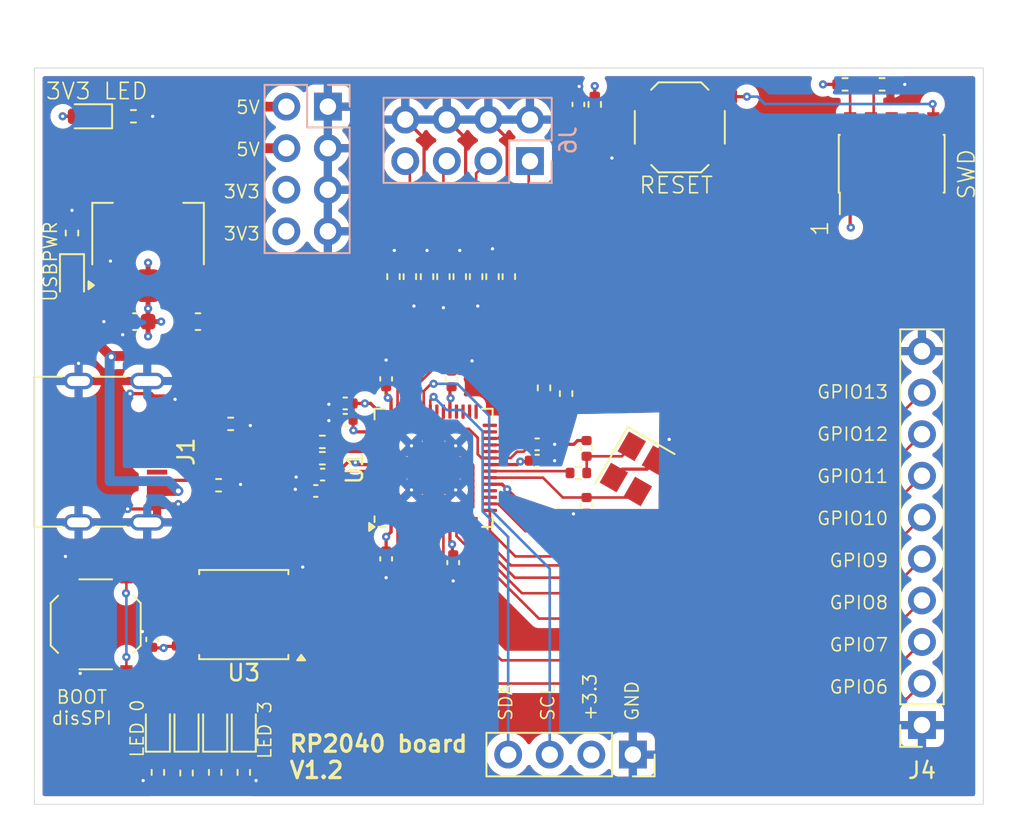
<source format=kicad_pcb>
(kicad_pcb (version 20240108) (generator "pcbnew") (generator_version "8.0")
  (layers (0 "F.Cu" signal) (1 "In1.Cu" signal) (2 "In2.Cu" signal) (31 "B.Cu" signal) (34 "B.Paste" user) (35 "F.Paste" user) (36 "B.SilkS" user "B.Silkscreen") (37 "F.SilkS" user "F.Silkscreen") (38 "B.Mask" user) (39 "F.Mask" user) (44 "Edge.Cuts" user))
  (net 0 "")
  (net 1 "GND")
  (net 2 "Net-(U1-VREG_VOUT)")
  (net 3 "+3.3V")
  (net 4 "+5V")
  (net 5 "/XIN")
  (net 6 "/nRESET")
  (net 7 "Net-(D1-K)")
  (net 8 "/GP0")
  (net 9 "Net-(D2-K)")
  (net 10 "/GP1")
  (net 11 "/GP2")
  (net 12 "Net-(D3-K)")
  (net 13 "Net-(D4-K)")
  (net 14 "/GP3")
  (net 15 "Net-(D5-K)")
  (net 16 "Net-(D6-K)")
  (net 17 "Net-(J1-CC2)")
  (net 19 "/USB_DP")
  (net 20 "Net-(J1-CC1)")
  (net 24 "/SWDIO")
  (net 25 "/SWCLK")
  (net 27 "/XOUT")
  (net 28 "/nBOOT")
  (net 31 "Net-(U1-QSPI_SD2)")
  (net 32 "Net-(U1-QSPI_SD3)")
  (net 35 "Net-(U1-QSPI_SCLK)")
  (net 36 "Net-(U1-QSPI_SD1)")
  (net 44 "Net-(U1-QSPI_SD0)")
  (net 46 "/XOUTr")
  (net 47 "/U_DP")
  (net 48 "/U_DN")
  (net 49 "/USB_DN")
  (net 50 "/I2C0_SDA")
  (net 51 "/I2C0_SCL")
  (net 52 "/GPIO8")
  (net 53 "/GPIO6")
  (net 54 "/GPIO7")
  (net 55 "/GPIO11")
  (net 56 "/GPIO12")
  (net 57 "/GPIO10")
  (net 58 "/GPIO9")
  (net 59 "/GPIO13")
  (net 60 "/ADC0")
  (net 61 "/ADC1")
  (net 62 "/ADC2")
  (net 63 "/ADC3")
  (net 64 "/inADC1")
  (net 65 "/inADC0")
  (net 66 "/inADC3")
  (net 67 "/inADC2")
  (net 68 "/SWDIOr")
  (net 69 "/SWCLKr")
  (footprint "Package_DFN_QFN:QFN-56-1EP_7x7mm_P0.4mm_EP3.2x3.2mm_ThermalVias" (layer "F.Cu") (at 101.4 77.1875 90)
    (property "Reference" "U1")
    (property "Value" "RP2040")
  )
  (footprint "Capacitor_SMD:C_0402_1005Metric" (layer "F.Cu") (at 110.75 76 90)
    (property "Reference" "C13" (hide yes))
    (property "Value" "15pF" (hide yes))
  )
  (footprint "Resistor_SMD:R_0402_1005Metric" (layer "F.Cu") (at 103 65.5 -90)
    (property "Reference" "R18" (hide yes))
    (property "Value" "1K" (hide yes))
  )
  (footprint "Resistor_SMD:R_0402_1005Metric" (layer "F.Cu") (at 88.26 78.25)
    (property "Reference" "R2" (hide yes))
    (property "Value" "5.1K" (hide yes))
  )
  (footprint "Resistor_SMD:R_0402_1005Metric" (layer "F.Cu") (at 88.05 95.8 -90)
    (property "Reference" "R5" (hide yes))
    (property "Value" "510R" (hide yes))
  )
  (footprint "Resistor_SMD:R_0402_1005Metric" (layer "F.Cu") (at 89.8 95.8 -90)
    (property "Reference" "R6" (hide yes))
    (property "Value" "510R" (hide yes))
  )
  (footprint "Capacitor_SMD:C_0402_1005Metric" (layer "F.Cu") (at 94.2 78.6 180)
    (property "Reference" "C1" (hide yes))
    (property "Value" "100nF" (hide yes))
  )
  (footprint "LED_SMD:LED_0603_1608Metric" (layer "F.Cu") (at 84.55 93.05 90)
    (property "Reference" "D1" (hide yes))
    (property "Value" "KT-0603W" (hide yes))
  )
  (footprint "LED_SMD:LED_0603_1608Metric" (layer "F.Cu") (at 86.3 93.05 90)
    (property "Reference" "D2" (hide yes))
    (property "Value" "KT-0603W" (hide yes))
  )
  (footprint "Connector_PinSocket_2.54mm:PinSocket_1x10_P2.54mm_Vertical" (layer "F.Cu") (at 131.25 92.91 180)
    (property "Reference" "J4")
    (property "Value" "Conn_01x10_Pin")
  )
  (footprint "Resistor_SMD:R_0402_1005Metric" (layer "F.Cu") (at 94.6 75.6)
    (property "Reference" "R8" (hide yes))
    (property "Value" "27R" (hide yes))
  )
  (footprint "Resistor_SMD:R_0402_1005Metric" (layer "F.Cu") (at 94.6 76.6)
    (property "Reference" "R7" (hide yes))
    (property "Value" "27R" (hide yes))
  )
  (footprint "Resistor_SMD:R_0402_1005Metric" (layer "F.Cu") (at 79.3 62.835 90)
    (property "Reference" "R10" (hide yes))
    (property "Value" "2K" (hide yes))
  )
  (footprint "LED_SMD:LED_0603_1608Metric" (layer "F.Cu") (at 79.3 65.6125 -90)
    (property "Reference" "D6" (hide yes))
    (property "Value" "KT-0603W" (hide yes))
  )
  (footprint "Capacitor_SMD:C_0402_1005Metric" (layer "F.Cu") (at 84.2 87.675 90)
    (property "Reference" "C6" (hide yes))
    (property "Value" "100nF" (hide yes))
  )
  (footprint "Resistor_SMD:R_0402_1005Metric" (layer "F.Cu") (at 111.25 54.975 90)
    (property "Reference" "R12" (hide yes))
    (property "Value" "10K" (hide yes))
  )
  (footprint "Resistor_SMD:R_0402_1005Metric" (layer "F.Cu") (at 110.25 77.5)
    (property "Reference" "R11" (hide yes))
    (property "Value" "1K" (hide yes))
  )
  (footprint "Resistor_SMD:R_0402_1005Metric" (layer "F.Cu") (at 104 65.5 90)
    (property "Reference" "R15" (hide yes))
    (property "Value" "9.09K" (hide yes))
  )
  (footprint "Crystal:Crystal_SMD_3225-4Pin_3.2x2.5mm" (layer "F.Cu") (at 113.7 77.25 -120)
    (property "Reference" "Y2" (hide yes))
    (property "Value" "X322512MSB4SI" (hide yes))
  )
  (footprint "Capacitor_SMD:C_0402_1005Metric" (layer "F.Cu") (at 110.25 54.975 90)
    (property "Reference" "C15" (hide yes))
    (property "Value" "100nF" (hide yes))
  )
  (footprint "Resistor_SMD:R_0402_1005Metric" (layer "F.Cu") (at 86.3 95.8375 -90)
    (property "Reference" "R4" (hide yes))
    (property "Value" "510R" (hide yes))
  )
  (footprint "Capacitor_SMD:C_0402_1005Metric" (layer "F.Cu") (at 96 73.25 180)
    (property "Reference" "C7" (hide yes))
    (property "Value" "100nF" (hide yes))
  )
  (footprint "Capacitor_SMD:C_0402_1005Metric" (layer "F.Cu") (at 98.5 82.75 -90)
    (property "Reference" "C4" (hide yes))
    (property "Value" "100nF" (hide yes))
  )
  (footprint "Resistor_SMD:R_0402_1005Metric" (layer "F.Cu") (at 105 65.5 -90)
    (property "Reference" "R13" (hide yes))
    (property "Value" "1K" (hide yes))
  )
  (footprint "Resistor_SMD:R_0402_1005Metric" (layer "F.Cu") (at 109.5 72.65 90)
    (property "Reference" "R24" (hide yes))
    (property "Value" "33R" (hide yes))
  )
  (footprint "Resistor_SMD:R_0402_1005Metric" (layer "F.Cu") (at 98.95 65.5 -90)
    (property "Reference" "R20" (hide yes))
    (property "Value" "1K" (hide yes))
  )
  (footprint "LED_SMD:LED_0603_1608Metric" (layer "F.Cu") (at 88.05 93.05 90)
    (property "Reference" "D3" (hide yes))
    (property "Value" "KT-0603W" (hide yes))
  )
  (footprint "Capacitor_SMD:C_0402_1005Metric" (layer "F.Cu") (at 94.62 77.6 180)
    (property "Reference" "C16" (hide yes))
    (property "Value" "100nF" (hide yes))
  )
  (footprint "Connector_USB:USB_C_Receptacle_G-Switch_GT-USB-7010ASV" (layer "F.Cu") (at 80.775 76.2 -90)
    (property "Reference" "J1")
    (property "Value" "USB_C_Receptacle_USB2.0_16P")
  )
  (footprint "Resistor_SMD:R_0402_1005Metric" (layer "F.Cu") (at 128.81 53.75)
    (property "Reference" "R22" (hide yes))
    (property "Value" "10K" (hide yes))
  )
  (footprint "Capacitor_SMD:C_0402_1005Metric" (layer "F.Cu") (at 102.5 71.75 90)
    (property "Reference" "C5" (hide yes))
    (property "Value" "100nF" (hide yes))
  )
  (footprint "Resistor_SMD:R_0402_1005Metric" (layer "F.Cu") (at 108.15 72.3 90)
    (property "Reference" "R23" (hide yes))
    (property "Value" "33R" (hide yes))
  )
  (footprint "Capacitor_SMD:C_0603_1608Metric" (layer "F.Cu") (at 87 68.25)
    (property "Reference" "C11" (hide yes))
    (property "Value" "10uF" (hide yes))
  )
  (footprint "Resistor_SMD:R_0402_1005Metric" (layer "F.Cu") (at 126.55 53.75 180)
    (property "Reference" "R21" (hide yes))
    (property "Value" "10K" (hide yes))
  )
  (footprint "Package_SO:SOIC-8_5.23x5.23mm_P1.27mm" (layer "F.Cu") (at 89.8 86.155 180)
    (property "Reference" "U3")
    (property "Value" "W25Q128JVS")
  )
  (footprint "Resistor_SMD:R_0402_1005Metric" (layer "F.Cu") (at 101 65.5 -90)
    (property "Reference" "R19" (hide yes))
    (property "Value" "1K" (hide yes))
  )
  (footprint "Package_TO_SOT_SMD:SOT-223" (layer "F.Cu") (at 83.95 62.9 90)
    (property "Reference" "U2" (hide yes))
    (property "Value" "AMS1117-3.3" (hide yes))
  )
  (footprint "Resistor_SMD:R_0402_1005Metric" (layer "F.Cu") (at 99.95 65.5 90)
    (property "Reference" "R17" (hide yes))
    (property "Value" "9.09K" (hide yes))
  )
  (footprint "Capacitor_SMD:C_0402_1005Metric" (layer "F.Cu") (at 102.6 82.98 -90)
    (property "Reference" "C9" (hide yes))
    (property "Value" "100nF" (hide yes))
  )
  (footprint "Resistor_SMD:R_0402_1005Metric" (layer "F.Cu") (at 106 65.5 90)
    (property "Reference" "R14" (hide yes))
    (property "Value" "9.09K" (hide yes))
  )
  (footprint "Capacitor_SMD:C_0402_1005Metric" (layer "F.Cu") (at 98.5 71.75 90)
    (property "Reference" "C8" (hide yes))
    (property "Value" "100nF" (hide yes))
  )
  (footprint "Connector_PinSocket_2.54mm:PinSocket_1x04_P2.54mm_Vertical" (layer "F.Cu") (at 113.579599 94.712475 -90)
    (property "Reference" "J3" (hide yes))
    (property "Value" "Conn_01x04_Socket" (hide yes))
  )
  (footprint "Resistor_SMD:R_0402_1005Metric" (layer "F.Cu") (at 84.55 95.8 -90)
    (property "Reference" "R3" (hide yes))
    (property "Value" "510R" (hide yes))
  )
  (footprint "Resistor_SMD:R_0402_1005Metric" (layer "F.Cu") (at 83.055 55.7)
    (property "Reference" "R9" (hide yes))
    (property "Value" "510R" (hide yes))
  )
  (footprint "Capacitor_SMD:C_0402_1005Metric" (layer "F.Cu") (at 96 74.25 180)
    (property "Reference" "C2" (hide yes))
    (property "Value" "100nF" (hide yes))
  )
  (footprint "Resistor_SMD:R_0402_1005Metric" (layer "F.Cu") (at 102 65.5 90)
    (property "Reference" "R16" (hide yes))
    (property "Value" "9.09K" (hide yes))
  )
  (footprint "Button_Switch_SMD:SW_Push_1P1T_XKB_TS-1187A" (layer "F.Cu") (at 80.75 86.75 90)
    (property "Reference" "SW1" (hide yes))
    (property "Value" "SW_Push" (hide yes))
  )
  (footprint "Capacitor_SMD:C_0402_1005Metric" (layer "F.Cu") (at 107.73 75.75)
    (property "Reference" "C10" (hide yes))
    (property "Value" "100nF" (hide yes))
  )
  (footprint "Button_Switch_SMD:SW_Push_1P1T_XKB_TS-1187A" (layer "F.Cu") (at 116.45 56.375 180)
    (property "Reference" "SW2" (hide yes))
    (property "Value" "SW_Push" (hide yes))
  )
  (footprint "LED_SMD:LED_0603_1608Metric" (layer "F.Cu") (at 80.2675 55.7 180)
    (property "Reference" "D5" (hide yes))
    (property "Value" "KT-0603W" (hide yes))
  )
  (footprint "LED_SMD:LED_0603_1608Metric" (layer "F.Cu") (at 89.8 93.05 90)
    (property "Reference" "D4" (hide yes))
    (property "Value" "KT-0603W" (hide yes))
  )
  (footprint "Capacitor_SMD:C_0603_1608Metric" (layer "F.Cu") (at 83.175 68.25 180)
    (property "Reference" "C12" (hide yes))
    (property "Value" "10uF" (hide yes))
  )
  (footprint "Capacitor_SMD:C_0402_1005Metric" (layer "F.Cu") (at 107.73 76.75)
    (property "Reference" "C3" (hide yes))
    (property "Value" "100nF" (hide yes))
  )
  (footprint "Capacitor_SMD:C_0402_1005Metric" (layer "F.Cu") (at 110.75 79.48 -90)
    (property "Reference" "C14" (hide yes))
    (property "Value" "15pF" (hide yes))
  )
  (footprint "Connector_PinHeader_1.27mm:PinHeader_2x05_P1.27mm_Vertical_SMD" (layer "F.Cu") (at 129.4 58.6 90)
    (property "Reference" "J2" (hide yes))
    (property "Value" "Conn_02x05_Odd_Even" (hide yes))
  )
  (footprint "Resistor_SMD:R_0402_1005Metric" (layer "F.Cu") (at 89 74.5)
    (property "Reference" "R1" (hide yes))
    (property "Value" "5.1K" (hide yes))
  )
  (footprint "Connector_PinHeader_2.54mm:PinHeader_2x04_P2.54mm_Vertical" (layer "B.Cu") (at 94.94 55.11 180)
    (property "Reference" "J5" (hide yes))
    (property "Value" "Conn_02x04_Odd_Even")
  )
  (footprint "Connector_PinHeader_2.54mm:PinHeader_2x04_P2.54mm_Vertical" (layer "B.Cu") (at 107.29 58.44 90)
    (property "Reference" "J6")
    (property "Value" "Conn_02x04_Odd_Even")
  )
  (gr_rect (start 77 52.75) (end 135 97.75) (stroke (width 0.05)) (fill none) (layer "Edge.Cuts"))
  (gr_text "LED 0" (at 83.75 94.95 90) (layer "F.SilkS") (effects (font (size 0.8 0.8) (thickness 0.1)) (justify left bottom)))
  (gr_text "RP2040 board\nV1.2" (at 92.5 96.25 0) (layer "F.SilkS") (effects (font (size 1 1) (thickness 0.2) (bold yes)) (justify left bottom)))
  (gr_text "SWD" (at 134.56 60.85 90) (layer "F.SilkS") (effects (font (size 1 1) (thickness 0.1)) (justify left bottom)))
  (gr_text "1" (at 125.6 63.1 90) (layer "F.SilkS") (effects (font (size 1 1) (thickness 0.1)) (justify left bottom)))
  (gr_text "LED 3" (at 91.55 95.05 90) (layer "F.SilkS") (effects (font (size 0.8 0.8) (thickness 0.1)) (justify left bottom)))
  (gr_text "BOOT\ndisSPI" (at 79.9 92.95 0) (layer "F.SilkS") (effects (font (size 0.8 0.8) (thickness 0.1)) (justify bottom)))
  (gr_text "USBPWR" (at 78.45 67.1 90) (layer "F.SilkS") (effects (font (size 0.8 0.8) (thickness 0.1)) (justify left bottom)))
  (gr_text "GPIO13\n\nGPIO12\n\nGPIO11\n\nGPIO10\n\nGPIO9\n\nGPIO8\n\nGPIO7\n\nGPIO6" (at 129.25 91.05 0) (layer "F.SilkS") (effects (font (size 0.8 0.8) (thickness 0.1)) (justify right bottom)))
  (gr_text "3V3 LED" (at 77.63 54.75 0) (layer "F.SilkS") (effects (font (size 1 1) (thickness 0.1)) (justify left bottom)))
  (gr_text "5V\n\n5V\n\n3V3\n\n3V3" (at 90.85 63.35 0) (layer "F.SilkS") (effects (font (size 0.8 0.8) (thickness 0.1)) (justify right bottom)))
  (gr_text "RESET" (at 113.9 60.5 0) (layer "F.SilkS") (effects (font (size 1 1) (thickness 0.1)) (justify left bottom)))
  (gr_text "SDA\n\nSCL\n\n+3.3\n\nGND " (at 113.999599 92.712475 90) (layer "F.SilkS") (effects (font (size 0.8 0.8) (thickness 0.1)) (justify left bottom)))
  (segment (start 95.05 73.25) (end 95 73.3) (width 0.3) (layer "F.Cu") (net 1))
  (segment (start 102.99 63.91) (end 103 63.9) (width 0.2) (layer "F.Cu") (net 1))
  (segment (start 84.5 79.4) (end 85.8 79.4) (width 0.2) (layer "F.Cu") (net 1))
  (segment (start 79.7 71.88) (end 79.7 70.8) (width 0.3) (layer "F.Cu") (net 1))
  (segment (start 110.25 53.925) (end 110.3 53.875) (width 0.2) (layer "F.Cu") (net 1))
  (segment (start 98.95 64.99) (end 98.95 63.95) (width 0.2) (layer "F.Cu") (net 1))
  (segment (start 112.926315 77.265192) (end 114.443301 77.265192) (width 0.2) (layer "F.Cu") (net 1))
  (segment (start 81.65 66.05) (end 81.65 64.55) (width 0.3) (layer "F.Cu") (net 1))
  (segment (start 105.9 78.5) (end 107.4 80) (width 0.2) (layer "F.Cu") (net 1))
  (segment (start 110.75 79.96) (end 109.99 79.96) (width 0.2) (layer "F.Cu") (net 1))
  (segment (start 108.21 76.75) (end 108.65 76.75) (width 0.2) (layer "F.Cu") (net 1))
  (segment (start 93.4 84.25) (end 93.4 83.25) (width 0.2) (layer "F.Cu") (net 1))
  (segment (start 82.4 68.25) (end 81.25 68.25) (width 0.3) (layer "F.Cu") (net 1))
  (segment (start 90.54 96.31) (end 90.55 96.3) (width 0.2) (layer "F.Cu") (net 1))
  (segment (start 100.99 63.91) (end 101 63.9) (width 0.2) (layer "F.Cu") (net 1))
  (segment (start 84.55 96.31) (end 89.8 96.31) (width 0.2) (layer "F.Cu") (net 1))
  (segment (start 94.14 77.6) (end 93.15 77.6) (width 0.2) (layer "F.Cu") (net 1))
  (segment (start 78.875 89.75) (end 79.8 89.75) (width 0.2) (layer "F.Cu") (net 1))
  (segment (start 103 63.9) (end 103.36 63.54) (width 0.2) (layer "F.Cu") (net 1))
  (segment (start 103.36 57.05) (end 102.21 55.9) (width 0.2) (layer "F.Cu") (net 1))
  (segment (start 105.5875 78.1875) (end 105.9 78.5) (width 0.2) (layer "F.Cu") (net 1))
  (segment (start 110.2 75.52) (end 110.75 75.52) (width 0.2) (layer "F.Cu") (net 1))
  (segment (start 108.65 76.75) (end 108.7 76.8) (width 0.2) (layer "F.Cu") (net 1))
  (segment (start 108.8 75.75) (end 109.97 75.75) (width 0.2) (layer "F.Cu") (net 1))
  (segment (start 105 63.8) (end 105.9 62.9) (width 0.2) (layer "F.Cu") (net 1))
  (segment (start 98.5 83.23) (end 98.5 83.9) (width 0.2) (layer "F.Cu") (net 1))
  (segment (start 94.14 78.18) (end 93.72 78.6) (width 0.2) (layer "F.Cu") (net 1))
  (segment (start 81.65 66.05) (end 81.65 67.5) (width 0.3) (layer "F.Cu") (net 1))
  (segment (start 84.5 79.4) (end 84.2 79.7) (width 0.2) (layer "F.Cu") (net 1))
  (segment (start 84.2 87.195) (end 83.6 87.195) (width 0.2) (layer "F.Cu") (net 1))
  (segment (start 95.05 74.25) (end 95 74.3) (width 0.3) (layer "F.Cu") (net 1))
  (segment (start 84.55 96.31) (end 83.66 96.31) (width 0.2) (layer "F.Cu") (net 1))
  (segment (start 89.51 74.5) (end 90.1 74.5) (width 0.3) (layer "F.Cu") (net 1))
  (segment (start 102.5 71.27) (end 103.13 71.27) (width 0.2) (layer "F.Cu") (net 1))
  (segment (start 109.97 75.75) (end 110.2 75.52) (width 0.2) (layer "F.Cu") (net 1))
  (segment (start 103 64.99) (end 103 63.9) (width 0.2) (layer "F.Cu") (net 1))
  (segment (start 99.67 55.9) (end 100.82 57.05) (width 0.2) (layer "F.Cu") (net 1))
  (segment (start 101 63.9) (end 101 64.99) (width 0.2) (layer "F.Cu") (net 1))
  (segment (start 95.52 73.25) (end 95.05 73.25) (width 0.3) (layer "F.Cu") (net 1))
  (segment (start 90.1 74.5) (end 90.2 74.6) (width 0.3) (layer "F.Cu") (net 1))
  (segment (start 108.8 76.75) (end 108.8 75.75) (width 0.2) (layer "F.Cu") (net 1))
  (segment (start 84.5 79.4) (end 84.5 79.92) (width 0.2) (layer "F.Cu") (net 1))
  (segment (start 93 78.45) (end 92.95 78.5) (width 0.2) (layer "F.Cu") (net 1))
  (segment (start 88.77 78.25) (end 89.55 78.25) (width 0.3) (layer "F.Cu") (net 1))
  (segment (start 114.443301 77.265192) (end 114.986121 76.722372) (width 0.2) (layer "F.Cu") (net 1))
  (segment (start 84.15 72.65) (end 82.85 72.65) (width 0.2) (layer "F.Cu") (net 1))
  (segment (start 83.66 96.31) (end 83.65 96.3) (width 0.2) (layer "F.Cu") (net 1))
  (segment (start 84.5 79.92) (end 83.9 80.52) (width 0.2) (layer "F.Cu") (net 1))
  (segment (start 100.82 57.05) (end 100.82 63.72) (width 0.2) (layer "F.Cu") (net 1))
  (segment (start 79.3 62.325) (end 79.3 61.45) (width 0.2) (layer "F.Cu") (net 1))
  (segment (start 89.8 96.31) (end 90.54 96.31) (width 0.2) (layer "F.Cu") (net 1))
  (segment (start 84.2 79.7) (end 82.7 79.7) (width 0.2) (layer "F.Cu") (net 1))
  (segment (start 89.55 78.25) (end 89.6 78.2) (width 0.3) (layer "F.Cu") (net 1))
  (segment (start 113.45 58.25) (end 112.3 58.25) (width 0.16) (layer "F.Cu") (net 1))
  (segment (start 84.5 73) (end 84.15 72.65) (width 0.2) (layer "F.Cu") (net 1))
  (segment (start 105.9 57.05) (end 104.75 55.9) (width 0.2) (layer "F.Cu") (net 1))
  (segment (start 119.45 58.25) (end 113.45 58.25) (width 0.16) (layer "F.Cu") (net 1))
  (segment (start 78.875 83.75) (end 78.875 82.625) (width 0.2) (layer "F.Cu") (net 1))
  (segment (start 82.4 68.9) (end 82.45 68.95) (width 0.3) (layer "F.Cu") (net 1))
  (segment (start 103.13 71.27) (end 103.75 70.65) (width 0.2) (layer "F.Cu") (net 1))
  (segment (start 84.5 73) (end 85.6 73) (width 0.2) (layer "F.Cu") (net 1))
  (segment (start 105.9 62.9) (end 105.9 57.05) (width 0.2) (layer "F.Cu") (net 1))
  (segment (start 114.986121 76.263879) (end 115.8 75.45) (width 0.2) (layer "F.Cu") (net 1))
  (segment (start 93.15 77.6) (end 93 77.75) (width 0.2) (layer "F.Cu") (net 1))
  (segment (start 105.9 78.5) (end 105.9 78.85) (width 0.2) (layer "F.Cu") (net 1))
  (segment (start 105 64.99) (end 105 63.8) (width 0.2) (layer "F.Cu") (net 1))
  (segment (start 98.95 63.95) (end 99 63.9) (width 0.2) (layer "F.Cu") (net 1))
  (segment (start 110.25 54.495) (end 110.25 53.925) (width 0.2) (layer "F.Cu") (net 1))
  (segment (start 129.32 53.75) (end 130.2 53.75) (width 0.2) (layer "F.Cu") (net 1))
  (segment (start 104.99 63.81) (end 105 63.8) (width 0.2) (layer "F.Cu") (net 1))
  (segment (start 108.7 75.8) (end 108.65 75.75) (width 0.2) (layer "F.Cu") (net 1))
  (segment (start 100.82 63.72) (end 101 63.9) (width 0.2) (layer "F.Cu") (net 1))
  (segment (start 108.65 75.75) (end 108.21 75.75) (width 0.2) (layer "F.Cu") (net 1))
  (segment (start 112.413879 77.777628) (end 112.926315 77.265192) (width 0.2) (layer "F.Cu") (net 1))
  (segment (start 81.65 67.5) (end 82.4 68.25) (width 0.3) (layer "F.Cu") (net 1))
  (segment (start 94.14 77.6) (end 94.14 78.18) (width 0.2) (layer "F.Cu") (net 1))
  (segment (start 78.875 82.625) (end 78.9 82.6) (width 0.2) (layer "F.Cu") (net 1))
  (segment (start 95.52 74.25) (end 95.05 74.25) (width 0.3) (layer "F.Cu") (net 1))
  (segment (start 104.8375 78.1875) (end 105.5875 78.1875) (width 0.2) (layer "F.Cu") (net 1))
  (segment (start 82.4 68.25) (end 82.4 68.9) (width 0.3) (layer "F.Cu") (net 1))
  (segment (start 94.95 73.25) (end 95 73.3) (width 0.2) (layer "F.Cu") (net 1))
  (segment (start 102.6 83.46) (end 102.6 84.1) (width 0.2) (layer "F.Cu") (net 1))
  (segment (start 103.36 63.54) (end 103.36 57.05) (width 0.2) (layer "F.Cu") (net 1))
  (segment (start 83.565 55.7) (end 84.18 55.7) (width 0.2) (layer "F.Cu") (net 1))
  (segment (start 93.77 78.45) (end 93 78.45) (width 0.2) (layer "F.Cu") (net 1))
  (segment (start 98.5 71.27) (end 98.5 70.6) (width 0.2) (layer "F.Cu") (net 1))
  (segment (start 107.4 80) (end 109.95 80) (width 0.2) (layer "F.Cu") (net 1))
  (segment (start 84.18 55.7) (end 84.23 55.75) (width 0.2) (layer "F.Cu") (net 1))
  (via (at 103 63.9) (size 0.5) (drill 0.2) (layers "F.Cu" "B.Cu") (net 1))
  (via (at 95 74.3) (size 0.5) (drill 0.2) (layers "F.Cu" "B.Cu") (net 1))
  (via (at 100.2 67.3) (size 0.5) (drill 0.2) (layers "F.Cu" "B.Cu") (net 1))
  (via (at 79.7 70.8) (size 0.5) (drill 0.2) (layers "F.Cu" "B.Cu") (net 1))
  (via (at 78.9 82.6) (size 0.5) (drill 0.2) (layers "F.Cu" "B.Cu") (net 1))
  (via (at 85.6 73) (size 0.5) (drill 0.2) (layers "F.Cu" "B.Cu") (net 1))
  (via (at 82.4 69.05) (size 0.5) (drill 0.2) (layers "F.Cu" "B.Cu") (net 1))
  (via (at 83.6 87.195) (size 0.5) (drill 0.2) (layers "F.Cu" "B.Cu") (net 1))
  (via (at 93.4 83.25) (size 0.5) (drill 0.2) (layers "F.Cu" "B.Cu") (net 1))
  (via (at 89.6 78.2) (size 0.5) (drill 0.2) (layers "F.Cu" "B.Cu") (net 1))
  (via (at 105.9 78.5) (size 0.5) (drill 0.2) (layers "F.Cu" "B.Cu") (net 1))
  (via (at 90.55 96.3) (size 0.5) (drill 0.2) (layers "F.Cu" "B.Cu") (net 1))
  (via (at 104.1 67.3) (size 0.5) (drill 0.2) (layers "F.Cu" "B.Cu") (net 1))
  (via (at 108.8 76.75) (size 0.5) (drill 0.2) (layers "F.Cu" "B.Cu") (net 1))
  (via (at 101 63.9) (size 0.5) (drill 0.2) (layers "F.Cu" "B.Cu") (net 1))
  (via (at 99 63.9) (size 0.5) (drill 0.2) (layers "F.Cu" "B.Cu") (net 1))
  (via (at 112.3 58.25) (size 0.5) (drill 0.2) (layers "F.Cu" "B.Cu") (net 1))
  (via (at 95 73.3) (size 0.5) (drill 0.2) (layers "F.Cu" "B.Cu") (net 1))
  (via (at 85.8 79.4) (size 0.5) (drill 0.2) (layers "F.Cu" "B.Cu") (net 1))
  (via (at 115.8 75.45) (size 0.5) (drill 0.2) (layers "F.Cu" "B.Cu") (net 1))
  (via (at 90.2 74.6) (size 0.5) (drill 0.2) (layers "F.Cu" "B.Cu") (net 1))
  (via (at 110.3 53.875) (size 0.5) (drill 0.2) (layers "F.Cu" "B.Cu") (net 1))
  (via (at 98.5 83.9) (size 0.5) (drill 0.2) (layers "F.Cu" "B.Cu") (net 1))
  (via (at 130.2 53.75) (size 0.5) (drill 0.2) (layers "F.Cu" "B.Cu") (net 1))
  (via (at 79.8 89.75) (size 0.5) (drill 0.2) (layers "F.Cu" "B.Cu") (net 1))
  (via (at 84.23 55.7) (size 0.5) (drill 0.2) (layers "F.Cu" "B.Cu") (net 1))
  (via (at 102 67.4) (size 0.5) (drill 0.2) (layers "F.Cu" "B.Cu") (net 1))
  (via (at 108.8 75.75) (size 0.5) (drill 0.2) (layers "F.Cu" "B.Cu") (net 1))
  (via (at 82.85 72.65) (size 0.5) (drill 0.2) (layers "F.Cu" "B.Cu") (net 1))
  (via (at 81.65 64.55) (size 0.5) (drill 0.2) (layers "F.Cu" "B.Cu") (net 1))
  (via (at 109.95 80) (size 0.54) (drill 0.2) (layers "F.Cu" "B.Cu") (net 1))
  (via (at 83.65 96.3) (size 0.5) (drill 0.2) (layers "F.Cu" "B.Cu") (net 1))
  (via (at 92.95 78.5) (size 0.5) (drill 0.2) (layers "F.Cu" "B.Cu") (net 1))
  (via (at 98.5 70.6) (size 0.5) (drill 0.2) (layers "F.Cu" "B.Cu") (net 1))
  (via (at 81.25 68.25) (size 0.5) (drill 0.2) (layers "F.Cu" "B.Cu") (net 1))
  (via (at 79.3 61.45) (size 0.5) (drill 0.2) (layers "F.Cu" "B.Cu") (net 1))
  (via (at 102.6 84.1) (size 0.5) (drill 0.2) (layers "F.Cu" "B.Cu") (net 1))
  (via (at 93 77.75) (size 0.5) (drill 0.2) (layers "F.Cu" "B.Cu") (net 1))
  (via (at 105 63.8) (size 0.5) (drill 0.2) (layers "F.Cu" "B.Cu") (net 1))
  (via (at 103.75 70.65) (size 0.5) (drill 0.2) (layers "F.Cu" "B.Cu") (net 1))
  (via (at 82.7 79.7) (size 0.5) (drill 0.2) (layers "F.Cu" "B.Cu") (net 1))
  (segment (start 95 73.3) (end 95 74.3) (width 0.2) (layer "B.Cu") (net 1))
  (segment (start 104.8375 76.5875) (end 106.1125 76.5875) (width 0.16) (layer "F.Cu") (net 2))
  (segment (start 98.8125 75.3875) (end 98.85 75.35) (width 0.16) (layer "F.Cu") (net 2))
  (segment (start 103.55 74.8) (end 104.097211 75.347211) (width 0.16) (layer "F.Cu") (net 2))
  (segment (start 97.9625 75.3875) (end 98.8125 75.3875) (width 0.16) (layer "F.Cu") (net 2))
  (segment (start 106.9 76.2) (end 106.5 76.2) (width 0.16) (layer "F.Cu") (net 2))
  (segment (start 106.1125 76.5875) (end 106.5 76.2) (width 0.16) (layer "F.Cu") (net 2))
  (segment (start 97.9625 77.3875) (end 98.468078 77.3875) (width 0.16) (layer "F.Cu") (net 2))
  (segment (start 104.097211 76.352789) (end 104.331922 76.5875) (width 0.16) (layer "F.Cu") (net 2))
  (segment (start 107.25 75.85) (end 106.9 76.2) (width 0.16) (layer "F.Cu") (net 2))
  (segment (start 98.468078 77.3875) (end 98.85 77.005578) (width 0.16) (layer "F.Cu") (net 2))
  (segment (start 96.2625 77.3875) (end 95.2 78.45) (width 0.16) (layer "F.Cu") (net 2))
  (segment (start 104.097211 75.347211) (end 104.097211 76.352789) (width 0.16) (layer "F.Cu") (net 2))
  (segment (start 99.4 74.8) (end 103.55 74.8) (width 0.16) (layer "F.Cu") (net 2))
  (segment (start 98.8125 75.3875) (end 99.4 74.8) (width 0.16) (layer "F.Cu") (net 2))
  (segment (start 104.331922 76.5875) (end 104.8375 76.5875) (width 0.16) (layer "F.Cu") (net 2))
  (segment (start 94.73 78.45) (end 95.2 78.45) (width 0.16) (layer "F.Cu") (net 2))
  (segment (start 97.9625 77.3875) (end 96.2625 77.3875) (width 0.16) (layer "F.Cu") (net 2))
  (segment (start 98.85 77.005578) (end 98.85 75.35) (width 0.16) (layer "F.Cu") (net 2))
  (segment (start 106.7 76.8) (end 107.2 76.8) (width 0.2) (layer "F.Cu") (net 3))
  (segment (start 126.04 53.75) (end 125.2 53.75) (width 0.2) (layer "F.Cu") (net 3))
  (segment (start 96.48 74.25) (end 96.48 73.25) (width 0.2) (layer "F.Cu") (net 3))
  (segment (start 84.9 88.195) (end 84.24 88.195) (width 0.2) (layer "F.Cu") (net 3))
  (segment (start 126.86 60.55) (end 126.86 62.46) (width 0.2) (layer "F.Cu") (net 3))
  (segment (start 111.25 54.025) (end 111.2 53.975) (width 0.2) (layer "F.Cu") (net 3))
  (segment (start 111.25 54.465) (end 111.25 54.025) (width 0.2) (layer "F.Cu") (net 3))
  (segment (start 98.5 72.23) (end 98.5 72.663583) (width 0.2) (layer "F.Cu") (net 3))
  (segment (start 102.4 80.625) (end 102.4 81.731447) (width 0.2) (layer "F.Cu") (net 3))
  (segment (start 83.95 68.25) (end 83.95 69.05) (width 0.3) (layer "F.Cu") (net 3))
  (segment (start 97.9625 76.5875) (end 97.9625 76.9875) (width 0.2) (layer "F.Cu") (net 3))
  (segment (start 104.8375 76.9875) (end 106.5125 76.9875) (width 0.2) (layer "F.Cu") (net 3))
  (segment (start 126.86 62.46) (end 126.9 62.5) (width 0.2) (layer "F.Cu") (net 3))
  (segment (start 102.4 73.75) (end 102.4 72.33) (width 0.2) (layer "F.Cu") (net 3))
  (segment (start 97.9625 76.9875) (end 96.748159 76.9875) (width 0.2) (layer "F.Cu") (net 3))
  (segment (start 102.55 82.5) (end 102.55 81.881447) (width 0.2) (layer "F.Cu") (net 3))
  (segment (start 98.5 72.663583) (end 98.72 72.883583) (width 0.2) (layer "F.Cu") (net 3))
  (segment (start 96.610659 76.85) (end 96.618159 76.8575) (width 0.2) (layer "F.Cu") (net 3))
  (segment (start 97.9375 73.6375) (end 97.55 73.25) (width 0.2) (layer "F.Cu") (net 3))
  (segment (start 83.95 68.25) (end 84.75 68.25) (width 0.3) (layer "F.Cu") (net 3))
  (segment (start 102.4 81.731447) (end 102.53 81.861447) (width 0.2) (layer "F.Cu") (net 3))
  (segment (start 98.8 72.963583) (end 98.72 72.883583) (width 0.2) (layer "F.Cu") (net 3))
  (segment (start 97.9375 74.5625) (end 97.9375 73.6375) (width 0.2) (layer "F.Cu") (net 3))
  (segment (start 96.15 76.85) (end 96.610659 76.85) (width 0.2) (layer "F.Cu") (net 3))
  (segment (start 96.48 74.25) (end 96.48 74.88) (width 0.2) (layer "F.Cu") (net 3))
  (segment (start 84.995 88.1) (end 84.9 88.195) (width 0.2) (layer "F.Cu") (net 3))
  (segment (start 102.55 81.881447) (end 102.53 81.861447) (width 0.2) (layer "F.Cu") (net 3))
  (segment (start 106.5125 76.9875) (end 106.7 76.8) (width 0.2) (layer "F.Cu") (net 3))
  (segment (start 86.1 88.1) (end 84.995 88.1) (width 0.2) (layer "F.Cu") (net 3))
  (segment (start 97.9625 74.5875) (end 97.9375 74.5625) (width 0.2) (layer "F.Cu") (net 3))
  (segment (start 98.8 81.1) (end 98.5 81.4) (width 0.2) (layer "F.Cu") (net 3))
  (segment (start 95.4 77.6) (end 96.15 76.85) (width 0.2) (layer "F.Cu") (net 3))
  (segment (start 96.5875 74.9875) (end 96.5 74.9) (width 0.2) (layer "F.Cu") (net 3))
  (segment (start 83.95 66.05) (end 83.95 64.65) (width 0.3) (layer "F.Cu") (net 3))
  (segment (start 79.48 55.7) (end 78.73 55.7) (width 0.2) (layer "F.Cu") (net 3))
  (segment (start 83.95 66.05) (end 83.95 68.25) (width 0.3) (layer "F.Cu") (net 3))
  (segment (start 97.55 73.25) (end 96.48 73.25) (width 0.2) (layer "F.Cu") (net 3))
  (segment (start 96.48 74.88) (end 96.5 74.9) (width 0.2) (layer "F.Cu") (net 3))
  (segment (start 95.1 77.6) (end 95.4 77.6) (width 0.2) (layer "F.Cu") (net 3))
  (segment (start 98.8 73.75) (end 98.8 72.963583) (width 0.2) (layer "F.Cu") (net 3))
  (segment (start 98.8 80.625) (end 98.8 81.1) (width 0.2) (layer "F.Cu") (net 3))
  (segment (start 96.748159 76.9875) (end 96.618159 76.8575) (width 0.2) (layer "F.Cu") (net 3))
  (segment (start 98.5 81.4) (end 98.5 82.27) (width 0.2) (layer "F.Cu") (net 3))
  (segment (start 97.9625 74.9875) (end 96.5875 74.9875) (width 0.2) (layer "F.Cu") (net 3))
  (via (at 83.95 67.45) (size 0.5) (drill 0.2) (layers "F.Cu" "B.Cu") (net 3))
  (via (at 125.2 53.75) (size 0.5) (drill 0.2) (layers "F.Cu" "B.Cu") (net 3))
  (via (at 98.5 81.4) (size 0.5) (drill 0.2) (layers "F.Cu" "B.Cu") (net 3))
  (via (at 84.75 68.25) (size 0.5) (drill 0.2) (layers "F.Cu" "B.Cu") (net 3))
  (via (at 102.53 81.861447) (size 0.5) (drill 0.2) (layers "F.Cu" "B.Cu") (net 3))
  (via (at 83.95 69.15) (size 0.5) (drill 0.2) (layers "F.Cu" "B.Cu") (net 3))
  (via (at 98.6 72.9) (size 0.5) (drill 0.2) (layers "F.Cu" "B.Cu") (net 3))
  (via (at 84.9 88.195) (size 0.5) (drill 0.2) (layers "F.Cu" "B.Cu") (net 3))
  (via (at 83.95 64.65) (size 0.5) (drill 0.2) (layers "F.Cu" "B.Cu") (net 3))
  (via (at 78.73 55.7) (size 0.5) (drill 0.2) (layers "F.Cu" "B.Cu") (net 3))
  (via (at 97.2 73.25) (size 0.5) (drill 0.2) (layers "F.Cu" "B.Cu") (net 3))
  (via (at 106.7 76.8) (size 0.5) (drill 0.2) (layers "F.Cu" "B.Cu") (net 3))
  (via (at 126.9 62.5) (size 0.5) (drill 0.2) (layers "F.Cu" "B.Cu") (net 3))
  (via (at 111.25 53.85) (size 0.5) (drill 0.2) (layers "F.Cu" "B.Cu") (net 3))
  (via (at 96.5 74.9) (size 0.5) (drill 0.2) (layers "F.Cu" "B.Cu") (net 3))
  (via (at 102.439767 72.93) (size 0.5) (drill 0.2) (layers "F.Cu" "B.Cu") (net 3))
  (via (at 96.618159 76.8575) (size 0.5) (drill 0.2) (layers "F.Cu" "B.Cu") (net 3))
  (segment (start 86.35 70.475) (end 86.225 70.35) (width 0.6) (layer "F.Cu") (net 4))
  (segment (start 89.8 57.65) (end 89.75 57.7) (width 0.6) (layer "F.Cu") (net 4))
  (segment (start 85.860661 73.8) (end 86.35 73.310661) (width 0.6) (layer "F.Cu") (net 4))
  (segment (start 81.75 70.35) (end 86.225 70.35) (width 0.6) (layer "F.Cu") (net 4))
  (segment (start 84.5 78.6) (end 85.8 78.6) (width 0.6) (layer "F.Cu") (net 4))
  (segment (start 86.225 68.25) (end 86.225 70.35) (width 0.6) (layer "F.Cu") (net 4))
  (segment (start 79.3 68) (end 81.7 70.4) (width 0.6) (layer "F.Cu") (net 4))
  (segment (start 88.3 61.1) (end 88.3 59.3) (width 0.6) (layer "F.Cu") (net 4))
  (segment (start 86.25 66.05) (end 86.25 68.175) (width 0.6) (layer "F.Cu") (net 4))
  (segment (start 79.3 66.4) (end 79.3 68) (width 0.6) (layer "F.Cu") (net 4))
  (segment (start 92.4 57.65) (end 89.8 57.65) (width 0.6) (layer "F.Cu") (net 4))
  (segment (start 89.8 57.65) (end 88.3 59.15) (width 0.6) (layer "F.Cu") (net 4))
  (segment (start 88.3 59.15) (end 88.3 59.3) (width 0.6) (layer "F.Cu") (net 4))
  (segment (start 84.5 73.8) (end 85.860661 73.8) (width 0.6) (layer "F.Cu") (net 4))
  (segment (start 88.6 58.85) (end 89.75 57.7) (width 0.6) (layer "F.Cu") (net 4))
  (segment (start 89.75 57.7) (end 89.75 55.1) (width 0.6) (layer "F.Cu") (net 4))
  (segment (start 90.11 55.11) (end 92.4 55.11) (width 0.6) (layer "F.Cu") (net 4))
  (segment (start 86.25 66.05) (end 86.25 63.15) (width 0.6) (layer "F.Cu") (net 4))
  (segment (start 81.7 70.4) (end 81.75 70.35) (width 0.6) (layer "F.Cu") (net 4))
  (segment (start 89.75 55.1) (end 90.1 55.1) (width 0.6) (layer "F.Cu") (net 4))
  (segment (start 86.25 63.15) (end 88.3 61.1) (width 0.6) (layer "F.Cu") (net 4))
  (segment (start 90.1 55.1) (end 90.11 55.11) (width 0.6) (layer "F.Cu") (net 4))
  (segment (start 86.35 73.310661) (end 86.35 70.475) (width 0.6) (layer "F.Cu") (net 4))
  (via (at 81.7 70.4) (size 0.6) (drill 0.3) (layers "F.Cu" "B.Cu") (net 4))
  (via (at 85.8 78.6) (size 0.6) (drill 0.3) (layers "F.Cu" "B.Cu") (net 4))
  (segment (start 85.8 78.6) (end 85.2 78) (width 0.6) (layer "B.Cu") (net 4))
  (segment (start 81.6 70.5) (end 81.7 70.4) (width 0.6) (layer "B.Cu") (net 4))
  (segment (start 81.6 78) (end 81.6 70.5) (width 0.6) (layer "B.Cu") (net 4))
  (segment (start 85.2 78) (end 81.6 78) (width 0.6) (layer "B.Cu") (net 4))
  (segment (start 108.0875 77.7875) (end 109.3 79) (width 0.16) (layer "F.Cu") (net 5))
  (segment (start 104.8375 77.7875) (end 108.0875 77.7875) (width 0.16) (layer "F.Cu") (net 5))
  (segment (start 113.513749 79) (end 110.75 79) (width 0.16) (layer "F.Cu") (net 5))
  (segment (start 109.3 79) (end 110.75 79) (width 0.16) (layer "F.Cu") (net 5))
  (segment (start 110.25 55.455) (end 110.25 64.161326) (width 0.16) (layer "F.Cu") (net 6))
  (segment (start 105.343078 75.3875) (end 104.8375 75.3875) (width 0.16) (layer "F.Cu") (net 6))
  (segment (start 106.9 73.830578) (end 105.343078 75.3875) (width 0.16) (layer "F.Cu") (net 6))
  (segment (start 112.65 54.5) (end 113.45 54.5) (width 0.16) (layer "F.Cu") (net 6))
  (segment (start 111.665 55.485) (end 112.65 54.5) (width 0.16) (layer "F.Cu") (net 6))
  (segment (start 106.9 67.511326) (end 106.9 73.830578) (width 0.16) (layer "F.Cu") (net 6))
  (segment (start 110.25 55.455) (end 111.22 55.455) (width 0.16) (layer "F.Cu") (net 6))
  (segment (start 111.25 55.485) (end 111.665 55.485) (width 0.16) (layer "F.Cu") (net 6))
  (segment (start 110.25 64.161326) (end 106.9 67.511326) (width 0.16) (layer "F.Cu") (net 6))
  (segment (start 119.45 54.5) (end 120.55 54.5) (width 0.2) (layer "F.Cu") (net 6))
  (segment (start 119.45 54.5) (end 113.45 54.5) (width 0.2) (layer "F.Cu") (net 6))
  (segment (start 131.94 54.99) (end 131.9 54.95) (width 0.16) (layer "F.Cu") (net 6))
  (segment (start 131.94 56.65) (end 131.94 54.99) (width 0.16) (layer "F.Cu") (net 6))
  (via (at 120.55 54.5) (size 0.5) (drill 0.2) (layers "F.Cu" "B.Cu") (net 6))
  (via (at 131.9 54.95) (size 0.5) (drill 0.2) (layers "F.Cu" "B.Cu") (net 6))
  (segment (start 131.9 54.95) (end 121.65 54.95) (width 0.16) (layer "B.Cu") (net 6))
  (segment (start 121.65 54.95) (end 121.2 54.5) (width 0.16) (layer "B.Cu") (net 6))
  (segment (start 121.2 54.5) (end 120.55 54.5) (width 0.16) (layer "B.Cu") (net 6))
  (segment (start 84.55 95.29) (end 84.55 93.8375) (width 0.16) (layer "F.Cu") (net 7))
  (segment (start 99.2 85.85) (end 99.2 80.625) (width 0.16) (layer "F.Cu") (net 8))
  (segment (start 84.55 91.59) (end 86.2 89.94) (width 0.16) (layer "F.Cu") (net 8))
  (segment (start 95.11 89.94) (end 99.2 85.85) (width 0.16) (layer "F.Cu") (net 8))
  (segment (start 86.2 89.94) (end 95.11 89.94) (width 0.16) (layer "F.Cu") (net 8))
  (segment (start 84.55 92.2625) (end 84.55 91.59) (width 0.16) (layer "F.Cu") (net 8))
  (segment (start 86.3 95.3275) (end 86.3 93.8375) (width 0.16) (layer "F.Cu") (net 9))
  (segment (start 99.6 86.8) (end 95.7 90.7) (width 0.16) (layer "F.Cu") (net 10))
  (segment (start 86.3 91.65) (end 87.25 90.7) (width 0.16) (layer "F.Cu") (net 10))
  (segment (start 86.3 92.2625) (end 86.3 91.65) (width 0.16) (layer "F.Cu") (net 10))
  (segment (start 95.7 90.7) (end 87.25 90.7) (width 0.16) (layer "F.Cu") (net 10))
  (segment (start 99.6 80.625) (end 99.6 86.8) (width 0.16) (layer "F.Cu") (net 10))
  (segment (start 88.05 91.6) (end 88.45 91.2) (width 0.16) (layer "F.Cu") (net 11))
  (segment (start 100 80.625) (end 100 87.6) (width 0.16) (layer "F.Cu") (net 11))
  (segment (start 88.05 92.2625) (end 88.05 91.6) (width 0.16) (layer "F.Cu") (net 11))
  (segment (start 96.4 91.2) (end 88.45 91.2) (width 0.16) (layer "F.Cu") (net 11))
  (segment (start 100 87.6) (end 96.4 91.2) (width 0.16) (layer "F.Cu") (net 11))
  (segment (start 88.05 93.8375) (end 88.05 95.29) (width 0.16) (layer "F.Cu") (net 12))
  (segment (start 89.8 95.29) (end 89.8 93.8375) (width 0.16) (layer "F.Cu") (net 13))
  (segment (start 96.7875 92.2625) (end 100.4 88.65) (width 0.16) (layer "F.Cu") (net 14))
  (segment (start 100.4 88.65) (end 100.4 80.625) (width 0.16) (layer "F.Cu") (net 14))
  (segment (start 89.8 92.2625) (end 96.7875 92.2625) (width 0.16) (layer "F.Cu") (net 14))
  (segment (start 81.055 55.7) (end 82.545 55.7) (width 0.16) (layer "F.Cu") (net 15))
  (segment (start 79.3 63.345) (end 79.3 64.825) (width 0.2) (layer "F.Cu") (net 16))
  (segment (start 87.45 77.95) (end 87.75 78.25) (width 0.2) (layer "F.Cu") (net 17))
  (segment (start 84.5 77.95) (end 87.45 77.95) (width 0.2) (layer "F.Cu") (net 17))
  (segment (start 95.590001 76.6) (end 95.11 76.6) (width 0.2) (layer "F.Cu") (net 19))
  (segment (start 97.9625 76.1875) (end 96.002501 76.1875) (width 0.2) (layer "F.Cu") (net 19))
  (segment (start 96.002501 76.1875) (end 95.590001 76.6) (width 0.2) (layer "F.Cu") (net 19))
  (segment (start 86.05 74.95) (end 86.5 74.5) (width 0.2) (layer "F.Cu") (net 20))
  (segment (start 84.5 74.95) (end 86.05 74.95) (width 0.2) (layer "F.Cu") (net 20))
  (segment (start 88.49 74.5) (end 86.5 74.5) (width 0.2) (layer "F.Cu") (net 20))
  (segment (start 105.694268 75.7875) (end 104.8375 75.7875) (width 0.16) (layer "F.Cu") (net 24))
  (segment (start 108.2 72.8) (end 108.2 73.281768) (width 0.16) (layer "F.Cu") (net 24))
  (segment (start 108.2 73.281768) (end 105.694268 75.7875) (width 0.16) (layer "F.Cu") (net 24))
  (segment (start 106.5 75.5) (end 108.125 73.875) (width 0.16) (layer "F.Cu") (net 25))
  (segment (start 106.490884 75.5) (end 106.5 75.5) (width 0.16) (layer "F.Cu") (net 25))
  (segment (start 104.8375 76.1875) (end 105.803384 76.1875) (width 0.16) (layer "F.Cu") (net 25))
  (segment (start 109.175 73.875) (end 109.5 73.55) (width 0.16) (layer "F.Cu") (net 25))
  (segment (start 105.803384 76.1875) (end 106.490884 75.5) (width 0.16) (layer "F.Cu") (net 25))
  (segment (start 108.125 73.875) (end 109.175 73.875) (width 0.16) (layer "F.Cu") (net 25))
  (segment (start 109.5 73.55) (end 109.5 73.16) (width 0.16) (layer "F.Cu") (net 25))
  (segment (start 104.8375 77.3875) (end 109.6275 77.3875) (width 0.16) (layer "F.Cu") (net 27))
  (segment (start 96.5 81.65) (end 96.5 85.85) (width 0.16) (layer "F.Cu") (net 28))
  (segment (start 82.625 89.75) (end 84.75 89.75) (width 0.16) (layer "F.Cu") (net 28))
  (segment (start 94.29 88.06) (end 93.4 88.06) (width 0.16) (layer "F.Cu") (net 28))
  (segment (start 82.625 89.75) (end 82.625 88.75) (width 0.16) (layer "F.Cu") (net 28))
  (segment (start 84.75 89.75) (end 85.85 88.65) (width 0.16) (layer "F.Cu") (net 28))
  (segment (start 97.9625 79.7875) (end 97.9 79.85) (width 0.16) (layer "F.Cu") (net 28))
  (segment (start 97.9 79.85) (end 97.9 80.25) (width 0.16) (layer "F.Cu") (net 28))
  (segment (start 85.85 88.65) (end 91.65 88.65) (width 0.16) (layer "F.Cu") (net 28))
  (segment (start 97.9 80.25) (end 96.5 81.65) (width 0.16) (layer "F.Cu") (net 28))
  (segment (start 82.625 83.75) (end 82.625 84.825) (width 0.16) (layer "F.Cu") (net 28))
  (segment (start 91.65 88.65) (end 92.24 88.06) (width 0.16) (layer "F.Cu") (net 28))
  (segment (start 92.24 88.06) (end 93.4 88.06) (width 0.16) (layer "F.Cu") (net 28))
  (segment (start 96.5 85.85) (end 94.29 88.06) (width 0.16) (layer "F.Cu") (net 28))
  (segment (start 82.625 84.825) (end 82.6 84.85) (width 0.16) (layer "F.Cu") (net 28))
  (via (at 82.625 88.75) (size 0.5) (drill 0.2) (layers "F.Cu" "B.Cu") (net 28))
  (via (at 82.6 84.85) (size 0.5) (drill 0.2) (layers "F.Cu" "B.Cu") (net 28))
  (segment (start 82.625 84.875) (end 82.6 84.85) (width 0.16) (layer "B.Cu") (net 28))
  (segment (start 82.625 88.75) (end 82.625 84.875) (width 0.16) (layer "B.Cu") (net 28))
  (segment (start 94.58 85.52) (end 94.7 85.4) (width 0.16) (layer "F.Cu") (net 31))
  (segment (start 94.7 85.4) (end 94.7 81.609116) (width 0.16) (layer "F.Cu") (net 31))
  (segment (start 94.7 81.609116) (end 97.321616 78.9875) (width 0.16) (layer "F.Cu") (net 31))
  (segment (start 97.321616 78.9875) (end 97.9625 78.9875) (width 0.16) (layer "F.Cu") (net 31))
  (segment (start 93.4 85.52) (end 94.58 85.52) (width 0.16) (layer "F.Cu") (net 31))
  (segment (start 84.7 82.7) (end 84.7 85.85) (width 0.16) (layer "F.Cu") (net 32))
  (segment (start 94.6 80.05) (end 87.35 80.05) (width 0.16) (layer "F.Cu") (net 32))
  (segment (start 96.8625 77.7875) (end 94.6 80.05) (width 0.16) (layer "F.Cu") (net 32))
  (segment (start 87.35 80.05) (end 84.7 82.7) (width 0.16) (layer "F.Cu") (net 32))
  (segment (start 84.7 85.85) (end 85.64 86.79) (width 0.16) (layer "F.Cu") (net 32))
  (segment (start 97.9625 77.7875) (end 96.8625 77.7875) (width 0.16) (layer "F.Cu") (net 32))
  (segment (start 86.2 85.52) (end 85.400001 85.52) (width 0.16) (layer "F.Cu") (net 35))
  (segment (start 94.880884 80.41) (end 97.103383 78.1875) (width 0.16) (layer "F.Cu") (net 35))
  (segment (start 85.06 85.179999) (end 85.06 82.849116) (width 0.16) (layer "F.Cu") (net 35))
  (segment (start 85.06 82.849116) (end 87.499116 80.41) (width 0.16) (layer "F.Cu") (net 35))
  (segment (start 85.400001 85.52) (end 85.06 85.179999) (width 0.16) (layer "F.Cu") (net 35))
  (segment (start 97.9625 78.1875) (end 97.103383 78.1875) (width 0.16) (layer "F.Cu") (net 35))
  (segment (start 87.499116 80.41) (end 94.880884 80.41) (width 0.16) (layer "F.Cu") (net 35))
  (segment (start 97.9625 79.3875) (end 97.456922 79.3875) (width 0.16) (layer "F.Cu") (net 36))
  (segment (start 95.55 85.85) (end 94.61 86.79) (width 0.16) (layer "F.Cu") (net 36))
  (segment (start 97.456922 79.3875) (end 95.55 81.294422) (width 0.16) (layer "F.Cu") (net 36))
  (segment (start 94.61 86.79) (end 93.4 86.79) (width 0.16) (layer "F.Cu") (net 36))
  (segment (start 95.55 81.294422) (end 95.55 85.85) (width 0.16) (layer "F.Cu") (net 36))
  (segment (start 86.2 84.25) (end 86.2 82.35) (width 0.16) (layer "F.Cu") (net 44))
  (segment (start 86.2 82.35) (end 87.625 80.925) (width 0.16) (layer "F.Cu") (net 44))
  (segment (start 94.875 80.925) (end 97.2125 78.5875) (width 0.16) (layer "F.Cu") (net 44))
  (segment (start 87.625 80.925) (end 94.875 80.925) (width 0.16) (layer "F.Cu") (net 44))
  (segment (start 97.2125 78.5875) (end 97.9625 78.5875) (width 0.16) (layer "F.Cu") (net 44))
  (segment (start 110.76 77.5) (end 110.76 76.49) (width 0.16) (layer "F.Cu") (net 46))
  (segment (start 110.75 76.48) (end 112.90625 76.48) (width 0.16) (layer "F.Cu") (net 46))
  (segment (start 112.90625 76.48) (end 113.513878 75.872372) (width 0.16) (layer "F.Cu") (net 46))
  (segment (start 83.6 76.95) (end 84.5 76.95) (width 0.2) (layer "F.Cu") (net 47))
  (segment (start 94.09 76.6) (end 93.726397 76.6) (width 0.2) (layer "F.Cu") (net 47))
  (segment (start 85.455001 76.925) (end 85.430001 76.95) (width 0.2) (layer "F.Cu") (net 47))
  (segment (start 93.726397 76.6) (end 93.401397 76.925) (width 0.2) (layer "F.Cu") (net 47))
  (segment (start 83.63 75.95) (end 83.55 76.03) (width 0.2) (layer "F.Cu") (net 47))
  (segment (start 83.55 76.9) (end 83.6 76.95) (width 0.2) (layer "F.Cu") (net 47))
  (segment (start 84.5 75.95) (end 83.63 75.95) (width 0.2) (layer "F.Cu") (net 47))
  (segment (start 93.401397 76.925) (end 85.455001 76.925) (width 0.2) (layer "F.Cu") (net 47))
  (segment (start 85.430001 76.95) (end 84.5 76.95) (width 0.2) (layer "F.Cu") (net 47))
  (segment (start 83.55 76.03) (end 83.55 76.9) (width 0.2) (layer "F.Cu") (net 47))
  (segment (start 84.5 75.45) (end 85.37 75.45) (width 0.2) (layer "F.Cu") (net 48))
  (segment (start 93.215 76.475) (end 85.455001 76.475) (width 0.2) (layer "F.Cu") (net 48))
  (segment (start 85.430001 76.45) (end 84.5 76.45) (width 0.2) (layer "F.Cu") (net 48))
  (segment (start 85.42 76.4) (end 85.42 75.5) (width 0.2) (layer "F.Cu") (net 48))
  (segment (start 85.455001 76.475) (end 85.430001 76.45) (width 0.2) (layer "F.Cu") (net 48))
  (segment (start 94.09 75.6) (end 93.215 76.475) (width 0.2) (layer "F.Cu") (net 48))
  (segment (start 85.37 75.45) (end 85.42 75.5) (width 0.2) (layer "F.Cu") (net 48))
  (segment (start 95.777501 75.7875) (end 95.590001 75.6) (width 0.2) (layer "F.Cu") (net 49))
  (segment (start 95.590001 75.6) (end 95.11 75.6) (width 0.2) (layer "F.Cu") (net 49))
  (segment (start 97.9625 75.7875) (end 95.777501 75.7875) (width 0.2) (layer "F.Cu") (net 49))
  (segment (start 101.2 73.05) (end 101.4 72.85) (width 0.16) (layer "F.Cu") (net 50))
  (segment (start 101.2 73.75) (end 101.2 73.05) (width 0.16) (layer "F.Cu") (net 50))
  (via (at 101.4 72.85) (size 0.5) (drill 0.2) (layers "F.Cu" "B.Cu") (net 50))
  (segment (start 102.2 73.65) (end 101.5 72.95) (width 0.16) (layer "B.Cu") (net 50))
  (segment (start 105.959599 81.409599) (end 105.959599 94.712475) (width 0.16) (layer "B.Cu") (net 50))
  (segment (start 104.4 79.85) (end 105.959599 81.409599) (width 0.16) (layer "B.Cu") (net 50))
  (segment (start 103.1 73.65) (end 102.2 73.65) (width 0.16) (layer "B.Cu") (net 50))
  (segment (start 103.1 73.65) (end 104.4 74.95) (width 0.16) (layer "B.Cu") (net 50))
  (segment (start 104.4 74.95) (end 104.4 79.85) (width 0.16) (layer "B.Cu") (net 50))
  (segment (start 101.25 72.05) (end 101.4 72.05) (width 0.16) (layer "F.Cu") (net 51))
  (segment (start 100.8 72.5) (end 101.25 72.05) (width 0.16) (layer "F.Cu") (net 51))
  (segment (start 100.8 73.75) (end 100.8 72.5) (width 0.16) (layer "F.Cu") (net 51))
  (via (at 101.4 72.05) (size 0.5) (drill 0.2) (layers "F.Cu" "B.Cu") (net 51))
  (segment (start 108.499599 83.349599) (end 104.8 79.65) (width 0.16) (layer "B.Cu") (net 51))
  (segment (start 104.8 79.65) (end 104.8 74) (width 0.16) (layer "B.Cu") (net 51))
  (segment (start 102.85 72.05) (end 101.4 72.05) (width 0.16) (layer "B.Cu") (net 51))
  (segment (start 108.499599 94.712475) (end 108.499599 83.349599) (width 0.16) (layer "B.Cu") (net 51))
  (segment (start 104.8 74) (end 102.85 72.05) (width 0.16) (layer "B.Cu") (net 51))
  (segment (start 130.14 86.4) (end 107.83959 86.4) (width 0.16) (layer "F.Cu") (net 52))
  (segment (start 131.25 85.29) (end 130.14 86.4) (width 0.16) (layer "F.Cu") (net 52))
  (segment (start 107.83959 86.4) (end 102.8 81.36041) (width 0.16) (layer "F.Cu") (net 52))
  (segment (start 102.8 81.36041) (end 102.8 80.625) (width 0.16) (layer "F.Cu") (net 52))
  (segment (start 124.88 91.3) (end 123.95 90.37) (width 0.16) (layer "F.Cu") (net 53))
  (segment (start 130.32 91.3) (end 124.88 91.3) (width 0.16) (layer "F.Cu") (net 53))
  (segment (start 104.87 90.37) (end 101.6 87.1) (width 0.16) (layer "F.Cu") (net 53))
  (segment (start 101.6 87.1) (end 101.6 80.625) (width 0.16) (layer "F.Cu") (net 53))
  (segment (start 131.25 90.37) (end 130.32 91.3) (width 0.16) (layer "F.Cu") (net 53))
  (segment (start 123.95 90.37) (end 104.87 90.37) (width 0.16) (layer "F.Cu") (net 53))
  (segment (start 102 85.4) (end 102 80.625) (width 0.16) (layer "F.Cu") (net 54))
  (segment (start 130.13 88.95) (end 105.55 88.95) (width 0.16) (layer "F.Cu") (net 54))
  (segment (start 102 85.4) (end 105.55 88.95) (width 0.16) (layer "F.Cu") (net 54))
  (segment (start 131.25 87.83) (end 130.13 88.95) (width 0.16) (layer "F.Cu") (net 54))
  (segment (start 131.25 77.67) (end 130.22 78.7) (width 0.16) (layer "F.Cu") (net 55))
  (segment (start 106.128538 83.15) (end 104 81.021462) (width 0.16) (layer "F.Cu") (net 55))
  (segment (start 130.22 78.7) (end 124.2 78.7) (width 0.16) (layer "F.Cu") (net 55))
  (segment (start 119.75 83.15) (end 106.128538 83.15) (width 0.16) (layer "F.Cu") (net 55))
  (segment (start 104 81.021462) (end 104 80.625) (width 0.16) (layer "F.Cu") (net 55))
  (segment (start 124.2 78.7) (end 119.75 83.15) (width 0.16) (layer "F.Cu") (net 55))
  (segment (start 130.13 76.25) (end 131.25 75.13) (width 0.16) (layer "F.Cu") (net 56))
  (segment (start 124 76.25) (end 130.13 76.25) (width 0.16) (layer "F.Cu") (net 56))
  (segment (start 117.65 82.6) (end 124 76.25) (width 0.16) (layer "F.Cu") (net 56))
  (segment (start 104.8375 79.7875) (end 104.8375 81.0375) (width 0.16) (layer "F.Cu") (net 56))
  (segment (start 106.4 82.6) (end 117.65 82.6) (width 0.16) (layer "F.Cu") (net 56))
  (segment (start 104.8375 81.0375) (end 106.4 82.6) (width 0.16) (layer "F.Cu") (net 56))
  (segment (start 124.15 81.45) (end 121.7 83.9) (width 0.16) (layer "F.Cu") (net 57))
  (segment (start 103.6 81.130578) (end 103.6 80.625) (width 0.16) (layer "F.Cu") (net 57))
  (segment (start 131.25 80.21) (end 130.01 81.45) (width 0.16) (layer "F.Cu") (net 57))
  (segment (start 121.7 83.9) (end 106.369422 83.9) (width 0.16) (layer "F.Cu") (net 57))
  (segment (start 130.01 81.45) (end 124.15 81.45) (width 0.16) (layer "F.Cu") (net 57))
  (segment (start 106.369422 83.9) (end 103.6 81.130578) (width 0.16) (layer "F.Cu") (net 57))
  (segment (start 123.05 84.85) (end 106.8 84.85) (width 0.16) (layer "F.Cu") (net 58))
  (segment (start 105.760306 83.810306) (end 105.760306 83.8) (width 0.16) (layer "F.Cu") (net 58))
  (segment (start 131.25 82.75) (end 130.2 83.8) (width 0.16) (layer "F.Cu") (net 58))
  (segment (start 106.8 84.85) (end 105.760306 83.810306) (width 0.16) (layer "F.Cu") (net 58))
  (segment (start 124.1 83.8) (end 123.05 84.85) (width 0.16) (layer "F.Cu") (net 58))
  (segment (start 105.760306 83.8) (end 103.2 81.239694) (width 0.16) (layer "F.Cu") (net 58))
  (segment (start 130.2 83.8) (end 124.1 83.8) (width 0.16) (layer "F.Cu") (net 58))
  (segment (start 103.2 81.239694) (end 103.2 80.625) (width 0.16) (layer "F.Cu") (net 58))
  (segment (start 116.75 81.05) (end 107.005578 81.05) (width 0.16) (layer "F.Cu") (net 59))
  (segment (start 105.343078 79.3875) (end 104.8375 79.3875) (width 0.16) (layer "F.Cu") (net 59))
  (segment (start 131.25 72.59) (end 130.09 73.75) (width 0.16) (layer "F.Cu") (net 59))
  (segment (start 107.005578 81.05) (end 105.343078 79.3875) (width 0.16) (layer "F.Cu") (net 59))
  (segment (start 124.05 73.75) (end 116.75 81.05) (width 0.16) (layer "F.Cu") (net 59))
  (segment (start 130.09 73.75) (end 124.05 73.75) (width 0.16) (layer "F.Cu") (net 59))
  (segment (start 106 66.01) (end 105 66.01) (width 0.16) (layer "F.Cu") (net 60))
  (segment (start 105 67.529558) (end 100.4 72.129558) (width 0.16) (layer "F.Cu") (net 60))
  (segment (start 105 66.01) (end 105 67.529558) (width 0.16) (layer "F.Cu") (net 60))
  (segment (start 100.4 72.129558) (end 100.4 73.75) (width 0.16) (layer "F.Cu") (net 60))
  (segment (start 104 66.01) (end 103 66.01) (width 0.16) (layer "F.Cu") (net 61))
  (segment (start 103 68.2) (end 100 71.2) (width 0.16) (layer "F.Cu") (net 61))
  (segment (start 103 66.01) (end 103 68.2) (width 0.16) (layer "F.Cu") (net 61))
  (segment (start 100 71.2) (end 100 73.75) (width 0.16) (layer "F.Cu") (net 61))
  (segment (start 99.6 69.82) (end 99.6 73.75) (width 0.16) (layer "F.Cu") (net 62))
  (segment (start 101 66.01) (end 101 68.42) (width 0.16) (layer "F.Cu") (net 62))
  (segment (start 102 66.01) (end 101 66.01) (width 0.16) (layer "F.Cu") (net 62))
  (segment (start 101 68.42) (end 99.6 69.82) (width 0.16) (layer "F.Cu") (net 62))
  (segment (start 99.2 68.5) (end 99.2 73.75) (width 0.16) (layer "F.Cu") (net 63))
  (segment (start 99.95 65.91) (end 98.95 65.91) (width 0.16) (layer "F.Cu") (net 63))
  (segment (start 98.95 68.25) (end 99.2 68.5) (width 0.16) (layer "F.Cu") (net 63))
  (segment (start 98.95 65.91) (end 98.95 68.25) (width 0.16) (layer "F.Cu") (net 63))
  (segment (start 104 64.99) (end 104 59.19) (width 0.16) (layer "F.Cu") (net 64))
  (segment (start 104 59.19) (end 104.75 58.44) (width 0.16) (layer "F.Cu") (net 64))
  (segment (start 106 64.115) (end 107.215 62.9) (width 0.16) (layer "F.Cu") (net 65))
  (segment (start 106 64.99) (end 106 64.115) (width 0.16) (layer "F.Cu") (net 65))
  (segment (start 107.215 58.515) (end 107.215 62.9) (width 0.16) (layer "F.Cu") (net 65))
  (segment (start 99.95 64.89) (end 99.95 58.72) (width 0.16) (layer "F.Cu") (net 66))
  (segment (start 102 64.99) (end 102 58.65) (width 0.16) (layer "F.Cu") (net 67))
  (segment (start 126.86 56.65) (end 126.86 53.95) (width 0.16) (layer "F.Cu") (net 68))
  (segment (start 108.15 71.79) (end 123.29 56.65) (width 0.16) (layer "F.Cu") (net 68))
  (segment (start 123.29 56.65) (end 126.86 56.65) (width 0.16) (layer "F.Cu") (net 68))
  (segment (start 126.86 53.95) (end 127.06 53.75) (width 0.16) (layer "F.Cu") (net 68))
  (segment (start 114.59 67.05) (end 114.6 67.05) (width 0.16) (layer "F.Cu") (net 69))
  (segment (start 114.6 67.05) (end 123.05 58.6) (width 0.16) (layer "F.Cu") (net 69))
  (segment (start 123.05 58.6) (end 127.8 58.6) (width 0.16) (layer "F.Cu") (net 69))
  (segment (start 128.13 58.27) (end 128.13 56.65) (width 0.16) (layer "F.Cu") (net 69))
  (segment (start 128.3 53.75) (end 128.3 56.48) (width 0.16) (layer "F.Cu") (net 69))
  (segment (start 127.8 58.6) (end 128.13 58.27) (width 0.16) (layer "F.Cu") (net 69))
  (segment (start 109.5 72.14) (end 114.59 67.05) (width 0.16) (layer "F.Cu") (net 69))
  (zone (net 0) (net_name "") (layer "F.Cu") (connect_pads (clearance 0)) (min_thickness 0.25)
    (keepout (tracks allowed) (vias allowed) (pads allowed) (copperpour not_allowed) (footprints allowed))
    (fill (thermal_gap 0.5) (thermal_bridge_width 0.5))
    (polygon (pts (xy 82.45 77.1) (xy 97.4 77.1) (xy 97.4 75.25) (xy 82.45 75.25)))
  )
  (zone (net 0) (net_name "") (layer "F.Cu") (connect_pads (clearance 0)) (min_thickness 0.25)
    (keepout (tracks allowed) (vias allowed) (pads allowed) (copperpour not_allowed) (footprints allowed))
    (fill (thermal_gap 0.5) (thermal_bridge_width 0.5))
    (polygon (pts (xy 130 71) (xy 124 71) (xy 124 92) (xy 130 92)))
  )
  (zone (net 1) (net_name "GND") (layers "F.Cu" "In1.Cu" "B.Cu") (connect_pads (clearance 0.5)) (min_thickness 0.25) (fill yes (thermal_gap 0.5) (thermal_bridge_width 0.5))
    (polygon (pts (xy 75.8 51.7) (xy 135.5 51.8) (xy 135.8 98.5) (xy 75.3 98.4)))
  )
  (zone (net 0) (net_name "") (layers "F.Cu" "In1.Cu" "B.Cu") (connect_pads (clearance 0)) (min_thickness 0.25)
    (keepout (tracks allowed) (vias allowed) (pads allowed) (copperpour not_allowed) (footprints allowed))
    (fill (thermal_gap 0.5) (thermal_bridge_width 0.5))
    (polygon (pts (xy 110.2 73.9) (xy 115.2 73.8) (xy 115.15 79.7) (xy 108.8 79.7) (xy 104.1 78.1) (xy 104.1 77.1) (xy 109.25 77.1)))
  )
)
</source>
